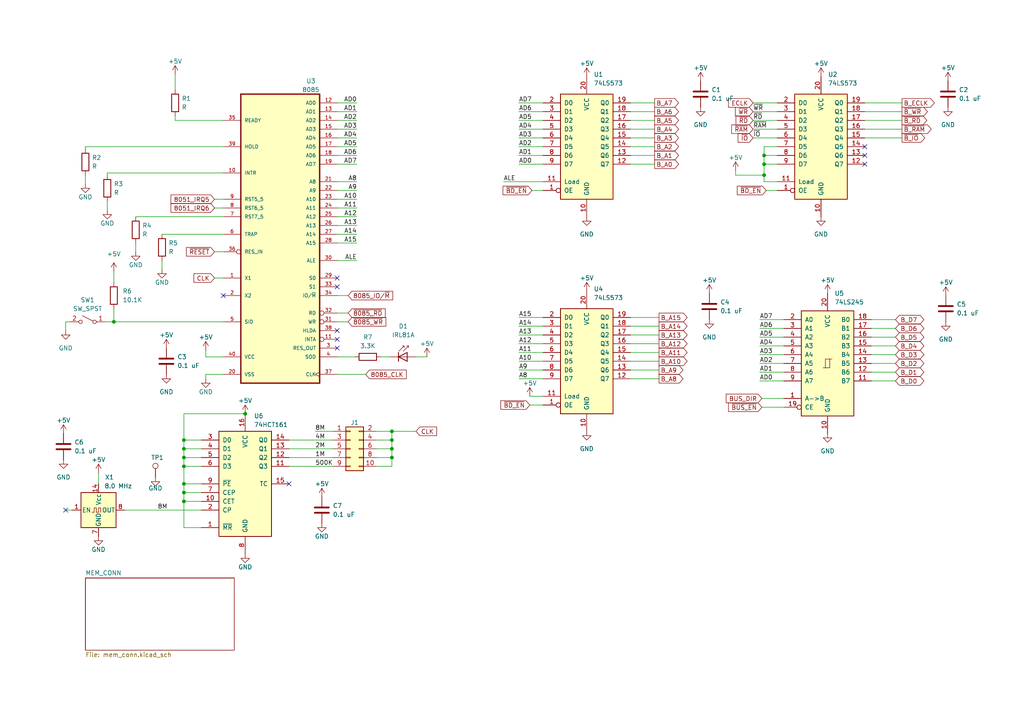
<source format=kicad_sch>
(kicad_sch (version 20230121) (generator eeschema)
  (paper "A4")
  (lib_symbols
    (symbol "74xx:74LS161" (pin_names (offset 1.016))
      (property "Reference" "U" (at -7.62 16.51 0))
      (property "Value" "74LS161" (at -7.62 -16.51 0))
      (symbol "74LS161_1_0"
        (pin input line (at -12.7 -12.7 0) (length 5.08) (name "~{MR}") (number "1"))
        (pin input line (at -12.7 -5.08 0) (length 5.08) (name "CET") (number "10"))
        (pin output line (at 12.7 5.08 180) (length 5.08) (name "Q3") (number "11"))
        (pin output line (at 12.7 7.62 180) (length 5.08) (name "Q2") (number "12"))
        (pin output line (at 12.7 10.16 180) (length 5.08) (name "Q1") (number "13"))
        (pin output line (at 12.7 12.7 180) (length 5.08) (name "Q0") (number "14"))
        (pin output line (at 12.7 0 180) (length 5.08) (name "TC") (number "15"))
        (pin power_in line (at 0 20.32 270) (length 5.08) (name "VCC") (number "16"))
        (pin input line (at -12.7 -7.62 0) (length 5.08) (name "CP") (number "2"))
        (pin input line (at -12.7 12.7 0) (length 5.08) (name "D0") (number "3"))
        (pin input line (at -12.7 10.16 0) (length 5.08) (name "D1") (number "4"))
        (pin input line (at -12.7 7.62 0) (length 5.08) (name "D2") (number "5"))
        (pin input line (at -12.7 5.08 0) (length 5.08) (name "D3") (number "6"))
        (pin input line (at -12.7 -2.54 0) (length 5.08) (name "CEP") (number "7"))
        (pin power_in line (at 0 -20.32 90) (length 5.08) (name "GND") (number "8"))
        (pin input line (at -12.7 0 0) (length 5.08) (name "~{PE}") (number "9"))
      )
      (symbol "74LS161_1_1"
        (rectangle (start -7.62 15.24) (end 7.62 -15.24) (stroke (width 0.254)) (fill (type background)))
      )
    )
    (symbol "74xx:74LS245" (pin_names (offset 1.016))
      (property "Reference" "U" (at -7.62 16.51 0))
      (property "Value" "74LS245" (at -7.62 -16.51 0))
      (symbol "74LS245_1_0"
        (polyline (pts (xy -0.635 -1.27) (xy -0.635 1.27) (xy 0.635 1.27)))
        (polyline (pts (xy -1.27 -1.27) (xy 0.635 -1.27) (xy 0.635 1.27) (xy 1.27 1.27)))
        (pin input line (at -12.7 -10.16 0) (length 5.08) (name "A->B") (number "1"))
        (pin power_in line (at 0 -20.32 90) (length 5.08) (name "GND") (number "10"))
        (pin tri_state line (at 12.7 -5.08 180) (length 5.08) (name "B7") (number "11"))
        (pin tri_state line (at 12.7 -2.54 180) (length 5.08) (name "B6") (number "12"))
        (pin tri_state line (at 12.7 0 180) (length 5.08) (name "B5") (number "13"))
        (pin tri_state line (at 12.7 2.54 180) (length 5.08) (name "B4") (number "14"))
        (pin tri_state line (at 12.7 5.08 180) (length 5.08) (name "B3") (number "15"))
        (pin tri_state line (at 12.7 7.62 180) (length 5.08) (name "B2") (number "16"))
        (pin tri_state line (at 12.7 10.16 180) (length 5.08) (name "B1") (number "17"))
        (pin tri_state line (at 12.7 12.7 180) (length 5.08) (name "B0") (number "18"))
        (pin input inverted (at -12.7 -12.7 0) (length 5.08) (name "CE") (number "19"))
        (pin tri_state line (at -12.7 12.7 0) (length 5.08) (name "A0") (number "2"))
        (pin power_in line (at 0 20.32 270) (length 5.08) (name "VCC") (number "20"))
        (pin tri_state line (at -12.7 10.16 0) (length 5.08) (name "A1") (number "3"))
        (pin tri_state line (at -12.7 7.62 0) (length 5.08) (name "A2") (number "4"))
        (pin tri_state line (at -12.7 5.08 0) (length 5.08) (name "A3") (number "5"))
        (pin tri_state line (at -12.7 2.54 0) (length 5.08) (name "A4") (number "6"))
        (pin tri_state line (at -12.7 0 0) (length 5.08) (name "A5") (number "7"))
        (pin tri_state line (at -12.7 -2.54 0) (length 5.08) (name "A6") (number "8"))
        (pin tri_state line (at -12.7 -5.08 0) (length 5.08) (name "A7") (number "9"))
      )
      (symbol "74LS245_1_1"
        (rectangle (start -7.62 15.24) (end 7.62 -15.24) (stroke (width 0.254)) (fill (type background)))
      )
    )
    (symbol "74xx:74LS573" (pin_names (offset 1.016))
      (property "Reference" "U" (at -7.62 16.51 0))
      (property "Value" "74LS573" (at -7.62 -16.51 0))
      (symbol "74LS573_1_0"
        (pin input inverted (at -12.7 -12.7 0) (length 5.08) (name "OE") (number "1"))
        (pin power_in line (at 0 -20.32 90) (length 5.08) (name "GND") (number "10"))
        (pin input line (at -12.7 -10.16 0) (length 5.08) (name "Load") (number "11"))
        (pin tri_state line (at 12.7 -5.08 180) (length 5.08) (name "Q7") (number "12"))
        (pin tri_state line (at 12.7 -2.54 180) (length 5.08) (name "Q6") (number "13"))
        (pin tri_state line (at 12.7 0 180) (length 5.08) (name "Q5") (number "14"))
        (pin tri_state line (at 12.7 2.54 180) (length 5.08) (name "Q4") (number "15"))
        (pin tri_state line (at 12.7 5.08 180) (length 5.08) (name "Q3") (number "16"))
        (pin tri_state line (at 12.7 7.62 180) (length 5.08) (name "Q2") (number "17"))
        (pin tri_state line (at 12.7 10.16 180) (length 5.08) (name "Q1") (number "18"))
        (pin tri_state line (at 12.7 12.7 180) (length 5.08) (name "Q0") (number "19"))
        (pin input line (at -12.7 12.7 0) (length 5.08) (name "D0") (number "2"))
        (pin power_in line (at 0 20.32 270) (length 5.08) (name "VCC") (number "20"))
        (pin input line (at -12.7 10.16 0) (length 5.08) (name "D1") (number "3"))
        (pin input line (at -12.7 7.62 0) (length 5.08) (name "D2") (number "4"))
        (pin input line (at -12.7 5.08 0) (length 5.08) (name "D3") (number "5"))
        (pin input line (at -12.7 2.54 0) (length 5.08) (name "D4") (number "6"))
        (pin input line (at -12.7 0 0) (length 5.08) (name "D5") (number "7"))
        (pin input line (at -12.7 -2.54 0) (length 5.08) (name "D6") (number "8"))
        (pin input line (at -12.7 -5.08 0) (length 5.08) (name "D7") (number "9"))
      )
      (symbol "74LS573_1_1"
        (rectangle (start -7.62 15.24) (end 7.62 -15.24) (stroke (width 0.254)) (fill (type background)))
      )
    )
    (symbol "8085:8085" (pin_names (offset 1.016))
      (property "Reference" "IC" (at -12.7213 41.3443 0))
      (property "Value" "8085" (at -12.7059 -45.7411 0))
      (symbol "8085_0_0"
        (rectangle (start -12.7 -43.18) (end 10.16 40.64) (stroke (width 0.4064)) (fill (type background)))
        (pin input line (at -17.78 -12.7 0) (length 5.08) (name "X1") (number "1"))
        (pin input line (at -17.78 17.78 0) (length 5.08) (name "INTR") (number "10"))
        (pin output inverted (at 15.24 -30.48 180) (length 5.08) (name "INTA") (number "11"))
        (pin bidirectional line (at 15.24 38.1 180) (length 5.08) (name "AD0") (number "12"))
        (pin bidirectional line (at 15.24 35.56 180) (length 5.08) (name "AD1") (number "13"))
        (pin bidirectional line (at 15.24 33.02 180) (length 5.08) (name "AD2") (number "14"))
        (pin bidirectional line (at 15.24 30.48 180) (length 5.08) (name "AD3") (number "15"))
        (pin bidirectional line (at 15.24 27.94 180) (length 5.08) (name "AD4") (number "16"))
        (pin bidirectional line (at 15.24 25.4 180) (length 5.08) (name "AD5") (number "17"))
        (pin bidirectional line (at 15.24 22.86 180) (length 5.08) (name "AD6") (number "18"))
        (pin bidirectional line (at 15.24 20.32 180) (length 5.08) (name "AD7") (number "19"))
        (pin input line (at -17.78 -17.78 0) (length 5.08) (name "X2") (number "2"))
        (pin power_in line (at -17.78 -40.64 0) (length 5.08) (name "VSS") (number "20"))
        (pin output line (at 15.24 15.24 180) (length 5.08) (name "A8") (number "21"))
        (pin output line (at 15.24 12.7 180) (length 5.08) (name "A9") (number "22"))
        (pin output line (at 15.24 10.16 180) (length 5.08) (name "A10") (number "23"))
        (pin output line (at 15.24 7.62 180) (length 5.08) (name "A11") (number "24"))
        (pin output line (at 15.24 5.08 180) (length 5.08) (name "A12") (number "25"))
        (pin output line (at 15.24 2.54 180) (length 5.08) (name "A13") (number "26"))
        (pin output line (at 15.24 0 180) (length 5.08) (name "A14") (number "27"))
        (pin output line (at 15.24 -2.54 180) (length 5.08) (name "A15") (number "28"))
        (pin output line (at 15.24 -12.7 180) (length 5.08) (name "S0") (number "29"))
        (pin output line (at 15.24 -33.02 180) (length 5.08) (name "RES_OUT") (number "3"))
        (pin output line (at 15.24 -7.62 180) (length 5.08) (name "ALE") (number "30"))
        (pin output inverted (at 15.24 -25.4 180) (length 5.08) (name "WR") (number "31"))
        (pin output inverted (at 15.24 -22.86 180) (length 5.08) (name "RD") (number "32"))
        (pin output line (at 15.24 -15.24 180) (length 5.08) (name "S1") (number "33"))
        (pin output line (at 15.24 -17.78 180) (length 5.08) (name "IO/~{M}") (number "34"))
        (pin input line (at -17.78 33.02 0) (length 5.08) (name "READY") (number "35"))
        (pin input inverted (at -17.78 -5.08 0) (length 5.08) (name "RES_IN") (number "36"))
        (pin output clock (at 15.24 -40.64 180) (length 5.08) (name "CLK") (number "37"))
        (pin output line (at 15.24 -27.94 180) (length 5.08) (name "HLDA") (number "38"))
        (pin input line (at -17.78 25.4 0) (length 5.08) (name "HOLD") (number "39"))
        (pin output line (at 15.24 -35.56 180) (length 5.08) (name "SOD") (number "4"))
        (pin power_in line (at -17.78 -35.56 0) (length 5.08) (name "VCC") (number "40"))
        (pin input line (at -17.78 -25.4 0) (length 5.08) (name "SID") (number "5"))
        (pin input line (at -17.78 0 0) (length 5.08) (name "TRAP") (number "6"))
        (pin input line (at -17.78 5.08 0) (length 5.08) (name "RST7_5") (number "7"))
        (pin input line (at -17.78 7.62 0) (length 5.08) (name "RST6_5") (number "8"))
        (pin input line (at -17.78 10.16 0) (length 5.08) (name "RST5_5") (number "9"))
      )
    )
    (symbol "Connector:TestPoint" (pin_numbers hide) (pin_names (offset 0.762) hide)
      (property "Reference" "TP" (at 0 6.858 0))
      (property "Value" "TestPoint" (at 0 5.08 0))
      (symbol "TestPoint_0_1"
        (circle (center 0 3.302) (radius 0.762))
      )
      (symbol "TestPoint_1_1"
        (pin passive line (at 0 0 90) (length 2.54) (name "1") (number "1"))
      )
    )
    (symbol "Connector_Generic:Conn_02x05_Odd_Even" (pin_names (offset 1.016) hide)
      (property "Reference" "J" (at 1.27 7.62 0))
      (property "Value" "Conn_02x05_Odd_Even" (at 1.27 -7.62 0))
      (symbol "Conn_02x05_Odd_Even_1_1"
        (rectangle (start -1.27 -4.953) (end 0 -5.207) (stroke (width 0.1524)))
        (rectangle (start -1.27 -2.413) (end 0 -2.667) (stroke (width 0.1524)))
        (rectangle (start -1.27 0.127) (end 0 -0.127) (stroke (width 0.1524)))
        (rectangle (start -1.27 2.667) (end 0 2.413) (stroke (width 0.1524)))
        (rectangle (start -1.27 5.207) (end 0 4.953) (stroke (width 0.1524)))
        (rectangle (start -1.27 6.35) (end 3.81 -6.35) (stroke (width 0.254)) (fill (type background)))
        (rectangle (start 3.81 -4.953) (end 2.54 -5.207) (stroke (width 0.1524)))
        (rectangle (start 3.81 -2.413) (end 2.54 -2.667) (stroke (width 0.1524)))
        (rectangle (start 3.81 0.127) (end 2.54 -0.127) (stroke (width 0.1524)))
        (rectangle (start 3.81 2.667) (end 2.54 2.413) (stroke (width 0.1524)))
        (rectangle (start 3.81 5.207) (end 2.54 4.953) (stroke (width 0.1524)))
        (pin passive line (at -5.08 5.08 0) (length 3.81) (name "Pin_1") (number "1"))
        (pin passive line (at 7.62 -5.08 180) (length 3.81) (name "Pin_10") (number "10"))
        (pin passive line (at 7.62 5.08 180) (length 3.81) (name "Pin_2") (number "2"))
        (pin passive line (at -5.08 2.54 0) (length 3.81) (name "Pin_3") (number "3"))
        (pin passive line (at 7.62 2.54 180) (length 3.81) (name "Pin_4") (number "4"))
        (pin passive line (at -5.08 0 0) (length 3.81) (name "Pin_5") (number "5"))
        (pin passive line (at 7.62 0 180) (length 3.81) (name "Pin_6") (number "6"))
        (pin passive line (at -5.08 -2.54 0) (length 3.81) (name "Pin_7") (number "7"))
        (pin passive line (at 7.62 -2.54 180) (length 3.81) (name "Pin_8") (number "8"))
        (pin passive line (at -5.08 -5.08 0) (length 3.81) (name "Pin_9") (number "9"))
      )
    )
    (symbol "Device:C" (pin_numbers hide) (pin_names (offset 0.254))
      (property "Reference" "C" (at 0.635 2.54 0))
      (property "Value" "C" (at 0.635 -2.54 0))
      (symbol "C_0_1"
        (polyline (pts (xy -2.032 -0.762) (xy 2.032 -0.762)) (stroke (width 0.508)))
        (polyline (pts (xy -2.032 0.762) (xy 2.032 0.762)) (stroke (width 0.508)))
      )
      (symbol "C_1_1"
        (pin passive line (at 0 3.81 270) (length 2.794) (name "~") (number "1"))
        (pin passive line (at 0 -3.81 90) (length 2.794) (name "~") (number "2"))
      )
    )
    (symbol "Device:R" (pin_numbers hide) (pin_names (offset 0))
      (property "Reference" "R" (at 2.032 0 90))
      (property "Value" "R" (at 0 0 90))
      (symbol "R_0_1"
        (rectangle (start -1.016 -2.54) (end 1.016 2.54) (stroke (width 0.254)))
      )
      (symbol "R_1_1"
        (pin passive line (at 0 3.81 270) (length 1.27) (name "~") (number "1"))
        (pin passive line (at 0 -3.81 90) (length 1.27) (name "~") (number "2"))
      )
    )
    (symbol "LED:IRL81A" (pin_numbers hide) (pin_names (offset 1.016) hide)
      (property "Reference" "D" (at 0.508 1.778 0))
      (property "Value" "IRL81A" (at -1.016 -2.794 0))
      (symbol "IRL81A_0_1"
        (polyline (pts (xy -2.54 0) (xy 0 0)))
        (polyline (pts (xy -2.54 1.27) (xy -2.54 -1.27)) (stroke (width 0.254)))
        (polyline (pts (xy 0.381 3.175) (xy -0.127 3.175)))
        (polyline (pts (xy -1.143 1.651) (xy 0.381 3.175) (xy 0.381 2.667)))
        (polyline (pts (xy 0 -1.27) (xy 0 1.27) (xy -2.54 0) (xy 0 -1.27)) (stroke (width 0.254)))
        (polyline (pts (xy -2.413 1.651) (xy -0.889 3.175) (xy -0.889 2.667) (xy -0.889 3.175) (xy -1.397 3.175)))
      )
      (symbol "IRL81A_1_1"
        (pin passive line (at -5.08 0 0) (length 2.54) (name "K") (number "1"))
        (pin passive line (at 2.54 0 180) (length 2.54) (name "A") (number "2"))
      )
    )
    (symbol "Oscillator:GTXO-14T" (pin_names (offset 0.254))
      (property "Reference" "X" (at -5.08 6.35 0))
      (property "Value" "GTXO-14T" (at 1.27 -6.35 0))
      (symbol "GTXO-14T_0_1"
        (rectangle (start -5.08 5.08) (end 5.08 -5.08) (stroke (width 0.254)) (fill (type background)))
        (polyline (pts (xy -1.905 -0.635) (xy -1.27 -0.635) (xy -1.27 0.635) (xy -0.635 0.635) (xy -0.635 -0.635) (xy 0 -0.635) (xy 0 0.635) (xy 0.635 0.635) (xy 0.635 -0.635)))
      )
      (symbol "GTXO-14T_1_1"
        (pin input line (at -7.62 0 0) (length 2.54) (name "EN") (number "1"))
        (pin power_in line (at 0 7.62 270) (length 2.54) (name "Vcc") (number "14"))
        (pin power_in line (at 0 -7.62 90) (length 2.54) (name "GND") (number "7"))
        (pin output line (at 7.62 0 180) (length 2.54) (name "OUT") (number "8"))
      )
    )
    (symbol "Switch:SW_SPST" (pin_names (offset 0) hide)
      (property "Reference" "SW" (at 0 3.175 0))
      (property "Value" "SW_SPST" (at 0 -2.54 0))
      (symbol "SW_SPST_0_0"
        (circle (center -2.032 0) (radius 0.508))
        (polyline (pts (xy -1.524 0.254) (xy 1.524 1.778)))
        (circle (center 2.032 0) (radius 0.508))
      )
      (symbol "SW_SPST_1_1"
        (pin passive line (at -5.08 0 0) (length 2.54) (name "A") (number "1"))
        (pin passive line (at 5.08 0 180) (length 2.54) (name "B") (number "2"))
      )
    )
    (symbol "power:+5V" (power) (pin_names (offset 0))
      (property "Value" "+5V" (at 0 3.556 0))
      (symbol "+5V_0_1"
        (polyline (pts (xy -0.762 1.27) (xy 0 2.54)))
        (polyline (pts (xy 0 0) (xy 0 2.54)))
        (polyline (pts (xy 0 2.54) (xy 0.762 1.27)))
      )
      (symbol "+5V_1_1"
        (pin power_in line (at 0 0 90) (length 0) hide (name "+5V") (number "1"))
      )
    )
    (symbol "power:GND" (power) (pin_names (offset 0))
      (property "Value" "GND" (at 0 -3.81 0))
      (symbol "GND_0_1"
        (polyline (pts (xy 0 0) (xy 0 -1.27) (xy 1.27 -1.27) (xy 0 -2.54) (xy -1.27 -1.27) (xy 0 -1.27)))
      )
      (symbol "GND_1_1"
        (pin power_in line (at 0 0 270) (length 0) hide (name "GND") (number "1"))
      )
    )
  )
  (junction (at 53.34 132.715))
  (junction (at 53.34 127.635))
  (junction (at 221.615 47.625))
  (junction (at 53.34 140.335))
  (junction (at 221.615 45.085))
  (junction (at 53.34 135.255))
  (junction (at 113.665 125.095))
  (junction (at 33.02 93.345))
  (junction (at 221.615 50.8))
  (junction (at 53.34 142.875))
  (junction (at 71.12 120.015))
  (junction (at 113.665 127.635))
  (junction (at 53.34 130.175))
  (junction (at 53.34 145.415))
  (junction (at 113.665 130.175))
  (junction (at 113.665 132.715))
  (no_connect (at 97.79 83.185))
  (no_connect (at 97.79 100.965))
  (no_connect (at 250.825 47.625))
  (no_connect (at 250.825 42.545))
  (no_connect (at 250.825 45.085))
  (no_connect (at 97.79 98.425))
  (no_connect (at 19.05 147.955))
  (no_connect (at 83.82 140.335))
  (no_connect (at 97.79 80.645))
  (no_connect (at 64.77 85.725))
  (no_connect (at 97.79 95.885))
  (wire (pts (xy 91.44 125.095) (xy 96.52 125.095)))
  (wire (pts (xy 218.44 29.845) (xy 225.425 29.845)))
  (wire (pts (xy 97.79 90.805) (xy 100.965 90.805)))
  (wire (pts (xy 250.825 34.925) (xy 261.62 34.925)))
  (wire (pts (xy 97.79 52.705) (xy 103.505 52.705)))
  (wire (pts (xy 150.495 45.085) (xy 157.48 45.085)))
  (wire (pts (xy 213.36 50.8) (xy 221.615 50.8)))
  (wire (pts (xy 220.98 115.57) (xy 227.33 115.57)))
  (wire (pts (xy 221.615 47.625) (xy 221.615 50.8)))
  (wire (pts (xy 31.115 50.165) (xy 31.115 50.8)))
  (wire (pts (xy 113.665 125.095) (xy 120.65 125.095)))
  (wire (pts (xy 182.88 32.385) (xy 189.865 32.385)))
  (wire (pts (xy 64.77 34.925) (xy 50.8 34.925)))
  (wire (pts (xy 110.49 103.505) (xy 113.03 103.505)))
  (wire (pts (xy 221.615 42.545) (xy 221.615 45.085)))
  (wire (pts (xy 221.615 47.625) (xy 225.425 47.625)))
  (wire (pts (xy 62.23 57.785) (xy 64.77 57.785)))
  (wire (pts (xy 19.05 147.955) (xy 20.955 147.955)))
  (wire (pts (xy 109.22 130.175) (xy 113.665 130.175)))
  (wire (pts (xy 182.88 99.695) (xy 191.135 99.695)))
  (wire (pts (xy 97.79 75.565) (xy 103.505 75.565)))
  (wire (pts (xy 96.52 127.635) (xy 83.82 127.635)))
  (wire (pts (xy 113.665 132.715) (xy 113.665 135.255)))
  (wire (pts (xy 97.79 103.505) (xy 102.87 103.505)))
  (wire (pts (xy 24.765 42.545) (xy 24.765 43.18)))
  (wire (pts (xy 150.495 92.075) (xy 157.48 92.075)))
  (wire (pts (xy 218.44 37.465) (xy 225.425 37.465)))
  (wire (pts (xy 250.825 32.385) (xy 261.62 32.385)))
  (wire (pts (xy 150.495 99.695) (xy 157.48 99.695)))
  (wire (pts (xy 221.615 50.8) (xy 221.615 52.705)))
  (wire (pts (xy 46.99 67.945) (xy 64.77 67.945)))
  (wire (pts (xy 220.345 105.41) (xy 227.33 105.41)))
  (wire (pts (xy 53.34 130.175) (xy 53.34 132.715)))
  (wire (pts (xy 220.345 92.71) (xy 227.33 92.71)))
  (wire (pts (xy 58.42 145.415) (xy 53.34 145.415)))
  (wire (pts (xy 53.34 140.335) (xy 53.34 142.875)))
  (wire (pts (xy 97.79 62.865) (xy 103.505 62.865)))
  (wire (pts (xy 150.495 29.845) (xy 157.48 29.845)))
  (wire (pts (xy 62.23 80.645) (xy 64.77 80.645)))
  (wire (pts (xy 252.73 107.95) (xy 259.715 107.95)))
  (wire (pts (xy 33.02 89.535) (xy 33.02 93.345)))
  (wire (pts (xy 53.34 132.715) (xy 53.34 135.255)))
  (wire (pts (xy 220.345 110.49) (xy 227.33 110.49)))
  (wire (pts (xy 59.69 108.585) (xy 64.77 108.585)))
  (wire (pts (xy 20.32 93.345) (xy 19.05 93.345)))
  (wire (pts (xy 109.22 132.715) (xy 113.665 132.715)))
  (wire (pts (xy 150.495 34.925) (xy 157.48 34.925)))
  (wire (pts (xy 252.73 110.49) (xy 259.715 110.49)))
  (wire (pts (xy 97.79 47.625) (xy 103.505 47.625)))
  (wire (pts (xy 153.67 117.475) (xy 157.48 117.475)))
  (wire (pts (xy 50.8 34.925) (xy 50.8 33.655)))
  (wire (pts (xy 28.575 137.16) (xy 28.575 140.335)))
  (wire (pts (xy 150.495 107.315) (xy 157.48 107.315)))
  (wire (pts (xy 218.44 34.925) (xy 225.425 34.925)))
  (wire (pts (xy 225.425 45.085) (xy 221.615 45.085)))
  (wire (pts (xy 150.495 42.545) (xy 157.48 42.545)))
  (wire (pts (xy 220.98 118.11) (xy 227.33 118.11)))
  (wire (pts (xy 150.495 102.235) (xy 157.48 102.235)))
  (wire (pts (xy 19.05 93.345) (xy 19.05 95.885)))
  (wire (pts (xy 220.345 100.33) (xy 227.33 100.33)))
  (wire (pts (xy 220.345 97.79) (xy 227.33 97.79)))
  (wire (pts (xy 53.34 145.415) (xy 53.34 153.035)))
  (wire (pts (xy 150.495 37.465) (xy 157.48 37.465)))
  (wire (pts (xy 46.99 75.565) (xy 46.99 78.105)))
  (wire (pts (xy 150.495 97.155) (xy 157.48 97.155)))
  (wire (pts (xy 53.34 142.875) (xy 53.34 145.415)))
  (wire (pts (xy 30.48 93.345) (xy 33.02 93.345)))
  (wire (pts (xy 252.73 97.79) (xy 259.715 97.79)))
  (wire (pts (xy 182.88 47.625) (xy 189.865 47.625)))
  (wire (pts (xy 62.23 60.325) (xy 64.77 60.325)))
  (wire (pts (xy 53.34 127.635) (xy 53.34 130.175)))
  (wire (pts (xy 96.52 130.175) (xy 83.82 130.175)))
  (wire (pts (xy 218.44 32.385) (xy 225.425 32.385)))
  (wire (pts (xy 252.73 92.71) (xy 259.715 92.71)))
  (wire (pts (xy 31.115 50.165) (xy 64.77 50.165)))
  (wire (pts (xy 58.42 130.175) (xy 53.34 130.175)))
  (wire (pts (xy 97.79 67.945) (xy 103.505 67.945)))
  (wire (pts (xy 182.88 104.775) (xy 191.135 104.775)))
  (wire (pts (xy 97.79 55.245) (xy 103.505 55.245)))
  (wire (pts (xy 252.73 100.33) (xy 259.715 100.33)))
  (wire (pts (xy 58.42 127.635) (xy 53.34 127.635)))
  (wire (pts (xy 221.615 45.085) (xy 221.615 47.625)))
  (wire (pts (xy 150.495 109.855) (xy 157.48 109.855)))
  (wire (pts (xy 150.495 104.775) (xy 157.48 104.775)))
  (wire (pts (xy 97.79 57.785) (xy 103.505 57.785)))
  (wire (pts (xy 250.825 40.005) (xy 261.62 40.005)))
  (wire (pts (xy 39.37 70.485) (xy 39.37 73.025)))
  (wire (pts (xy 113.665 127.635) (xy 113.665 130.175)))
  (wire (pts (xy 182.88 42.545) (xy 189.865 42.545)))
  (wire (pts (xy 97.79 65.405) (xy 103.505 65.405)))
  (wire (pts (xy 97.79 40.005) (xy 103.505 40.005)))
  (wire (pts (xy 225.425 42.545) (xy 221.615 42.545)))
  (wire (pts (xy 96.52 132.715) (xy 83.82 132.715)))
  (wire (pts (xy 218.44 40.005) (xy 225.425 40.005)))
  (wire (pts (xy 150.495 32.385) (xy 157.48 32.385)))
  (wire (pts (xy 150.495 47.625) (xy 157.48 47.625)))
  (wire (pts (xy 59.69 103.505) (xy 64.77 103.505)))
  (wire (pts (xy 50.8 21.59) (xy 50.8 26.035)))
  (wire (pts (xy 97.79 34.925) (xy 103.505 34.925)))
  (wire (pts (xy 250.825 37.465) (xy 261.62 37.465)))
  (wire (pts (xy 97.79 108.585) (xy 106.045 108.585)))
  (wire (pts (xy 31.115 58.42) (xy 31.115 60.96)))
  (wire (pts (xy 109.22 135.255) (xy 113.665 135.255)))
  (wire (pts (xy 53.34 135.255) (xy 53.34 140.335)))
  (wire (pts (xy 97.79 37.465) (xy 103.505 37.465)))
  (wire (pts (xy 150.495 94.615) (xy 157.48 94.615)))
  (wire (pts (xy 182.88 107.315) (xy 191.135 107.315)))
  (wire (pts (xy 182.88 94.615) (xy 191.135 94.615)))
  (wire (pts (xy 33.02 78.74) (xy 33.02 81.915)))
  (wire (pts (xy 97.79 60.325) (xy 103.505 60.325)))
  (wire (pts (xy 182.88 37.465) (xy 189.865 37.465)))
  (wire (pts (xy 59.69 108.585) (xy 59.69 109.855)))
  (wire (pts (xy 64.77 62.865) (xy 39.37 62.865)))
  (wire (pts (xy 58.42 142.875) (xy 53.34 142.875)))
  (wire (pts (xy 146.05 52.705) (xy 157.48 52.705)))
  (wire (pts (xy 182.88 109.855) (xy 191.135 109.855)))
  (wire (pts (xy 182.88 29.845) (xy 189.865 29.845)))
  (wire (pts (xy 33.02 93.345) (xy 64.77 93.345)))
  (wire (pts (xy 182.88 45.085) (xy 189.865 45.085)))
  (wire (pts (xy 97.79 32.385) (xy 103.505 32.385)))
  (wire (pts (xy 53.34 120.015) (xy 53.34 127.635)))
  (wire (pts (xy 97.79 42.545) (xy 103.505 42.545)))
  (wire (pts (xy 53.34 135.255) (xy 58.42 135.255)))
  (wire (pts (xy 64.77 42.545) (xy 24.765 42.545)))
  (wire (pts (xy 153.67 114.935) (xy 157.48 114.935)))
  (wire (pts (xy 62.23 73.025) (xy 64.77 73.025)))
  (wire (pts (xy 113.665 130.175) (xy 113.665 132.715)))
  (wire (pts (xy 53.34 120.015) (xy 71.12 120.015)))
  (wire (pts (xy 59.69 101.6) (xy 59.69 103.505)))
  (wire (pts (xy 97.79 85.725) (xy 100.965 85.725)))
  (wire (pts (xy 109.22 125.095) (xy 113.665 125.095)))
  (wire (pts (xy 154.305 55.245) (xy 157.48 55.245)))
  (wire (pts (xy 222.25 55.245) (xy 225.425 55.245)))
  (wire (pts (xy 97.79 45.085) (xy 103.505 45.085)))
  (wire (pts (xy 252.73 102.87) (xy 259.715 102.87)))
  (wire (pts (xy 221.615 52.705) (xy 225.425 52.705)))
  (wire (pts (xy 252.73 95.25) (xy 259.715 95.25)))
  (wire (pts (xy 24.765 50.8) (xy 24.765 53.34)))
  (wire (pts (xy 182.88 34.925) (xy 189.865 34.925)))
  (wire (pts (xy 182.88 97.155) (xy 191.135 97.155)))
  (wire (pts (xy 213.36 49.53) (xy 213.36 50.8)))
  (wire (pts (xy 220.345 95.25) (xy 227.33 95.25)))
  (wire (pts (xy 120.65 103.505) (xy 123.825 103.505)))
  (wire (pts (xy 220.345 102.87) (xy 227.33 102.87)))
  (wire (pts (xy 36.195 147.955) (xy 58.42 147.955)))
  (wire (pts (xy 97.79 70.485) (xy 103.505 70.485)))
  (wire (pts (xy 96.52 135.255) (xy 83.82 135.255)))
  (wire (pts (xy 220.345 107.95) (xy 227.33 107.95)))
  (wire (pts (xy 113.665 125.095) (xy 113.665 127.635)))
  (wire (pts (xy 252.73 105.41) (xy 259.715 105.41)))
  (wire (pts (xy 109.22 127.635) (xy 113.665 127.635)))
  (wire (pts (xy 182.88 102.235) (xy 191.135 102.235)))
  (wire (pts (xy 58.42 140.335) (xy 53.34 140.335)))
  (wire (pts (xy 100.965 93.345) (xy 97.79 93.345)))
  (wire (pts (xy 150.495 40.005) (xy 157.48 40.005)))
  (wire (pts (xy 250.825 29.845) (xy 261.62 29.845)))
  (wire (pts (xy 97.79 29.845) (xy 103.505 29.845)))
  (wire (pts (xy 53.34 132.715) (xy 58.42 132.715)))
  (wire (pts (xy 182.88 92.075) (xy 191.135 92.075)))
  (wire (pts (xy 58.42 153.035) (xy 53.34 153.035)))
  (wire (pts (xy 182.88 40.005) (xy 189.865 40.005)))
  (label "AD1" (at 220.345 107.95 0))
  (label "AD7" (at 220.345 92.71 0))
  (label "1M" (at 91.44 132.715 0))
  (label "A8" (at 150.495 109.855 0))
  (label "A9" (at 150.495 107.315 0))
  (label "~{IO}" (at 218.44 40.005 0))
  (label "AD2" (at 103.505 34.925 180))
  (label "A13" (at 103.505 65.405 180))
  (label "AD2" (at 150.495 42.545 0))
  (label "AD6" (at 103.505 45.085 180))
  (label "A12" (at 150.495 99.695 0))
  (label "A10" (at 150.495 104.775 0))
  (label "~{RD}" (at 218.44 34.925 0))
  (label "AD0" (at 150.495 47.625 0))
  (label "AD5" (at 150.495 34.925 0))
  (label "AD6" (at 150.495 32.385 0))
  (label "A11" (at 103.505 60.325 180))
  (label "A12" (at 103.505 62.865 180))
  (label "A10" (at 103.505 57.785 180))
  (label "AD4" (at 103.505 40.005 180))
  (label "AD7" (at 103.505 47.625 180))
  (label "AD4" (at 220.345 100.33 0))
  (label "AD0" (at 220.345 110.49 0))
  (label "AD1" (at 150.495 45.085 0))
  (label "AD0" (at 103.505 29.845 180))
  (label "500K" (at 91.44 135.255 0))
  (label "A13" (at 150.495 97.155 0))
  (label "2M" (at 91.44 130.175 0))
  (label "AD1" (at 103.505 32.385 180))
  (label "AD3" (at 103.505 37.465 180))
  (label "AD3" (at 150.495 40.005 0))
  (label "ALE" (at 103.505 75.565 180))
  (label "A11" (at 150.495 102.235 0))
  (label "AD2" (at 220.345 105.41 0))
  (label "A8" (at 103.505 52.705 180))
  (label "ALE" (at 146.05 52.705 0))
  (label "AD6" (at 220.345 95.25 0))
  (label "AD4" (at 150.495 37.465 0))
  (label "AD3" (at 220.345 102.87 0))
  (label "~{WR}" (at 218.44 32.385 0))
  (label "AD5" (at 220.345 97.79 0))
  (label "A9" (at 103.505 55.245 180))
  (label "A15" (at 150.495 92.075 0))
  (label "8M" (at 45.72 147.955 0))
  (label "~{RAM}" (at 218.44 37.465 0))
  (label "AD5" (at 103.505 42.545 180))
  (label "AD7" (at 150.495 29.845 0))
  (label "8M" (at 91.44 125.095 0))
  (label "A14" (at 103.505 67.945 180))
  (label "A15" (at 103.505 70.485 180))
  (label "4M" (at 91.44 127.635 0))
  (label "A14" (at 150.495 94.615 0))
  (global_label "~{B_IO}" (shape output) (at 261.62 40.005 0) (property "Intersheetrefs" "${INTERSHEET_REFS}" (effects hide)))
  (global_label "8085_CLK" (shape input) (at 106.045 108.585 0) (property "Intersheetrefs" "${INTERSHEET_REFS}" (effects hide)))
  (global_label "B_A6" (shape output) (at 189.865 32.385 0) (property "Intersheetrefs" "${INTERSHEET_REFS}" (effects hide)))
  (global_label "~{RD}" (shape input) (at 218.44 34.925 180) (property "Intersheetrefs" "${INTERSHEET_REFS}" (effects hide)))
  (global_label "B_A3" (shape output) (at 189.865 40.005 0) (property "Intersheetrefs" "${INTERSHEET_REFS}" (effects hide)))
  (global_label "~{BD_EN}" (shape input) (at 222.25 55.245 180) (property "Intersheetrefs" "${INTERSHEET_REFS}" (effects hide)))
  (global_label "CLK" (shape input) (at 62.23 80.645 180) (property "Intersheetrefs" "${INTERSHEET_REFS}" (effects hide)))
  (global_label "B_A7" (shape output) (at 189.865 29.845 0) (property "Intersheetrefs" "${INTERSHEET_REFS}" (effects hide)))
  (global_label "BUS_DIR" (shape input) (at 220.98 115.57 180) (property "Intersheetrefs" "${INTERSHEET_REFS}" (effects hide)))
  (global_label "~{WR}" (shape input) (at 218.44 32.385 180) (property "Intersheetrefs" "${INTERSHEET_REFS}" (effects hide)))
  (global_label "B_D5" (shape bidirectional) (at 259.715 97.79 0) (property "Intersheetrefs" "${INTERSHEET_REFS}" (effects hide)))
  (global_label "~{RESET}" (shape input) (at 62.23 73.025 180) (property "Intersheetrefs" "${INTERSHEET_REFS}" (effects hide)))
  (global_label "ECLK" (shape input) (at 218.44 29.845 180) (property "Intersheetrefs" "${INTERSHEET_REFS}" (effects hide)))
  (global_label "B_D2" (shape bidirectional) (at 259.715 105.41 0) (property "Intersheetrefs" "${INTERSHEET_REFS}" (effects hide)))
  (global_label "~{B_RD}" (shape output) (at 261.62 34.925 0) (property "Intersheetrefs" "${INTERSHEET_REFS}" (effects hide)))
  (global_label "8085_IO{slash}~{M}" (shape input) (at 100.965 85.725 0) (property "Intersheetrefs" "${INTERSHEET_REFS}" (effects hide)))
  (global_label "~{8085_RD}" (shape input) (at 100.965 90.805 0) (property "Intersheetrefs" "${INTERSHEET_REFS}" (effects hide)))
  (global_label "B_A9" (shape output) (at 191.135 107.315 0) (property "Intersheetrefs" "${INTERSHEET_REFS}" (effects hide)))
  (global_label "B_A5" (shape output) (at 189.865 34.925 0) (property "Intersheetrefs" "${INTERSHEET_REFS}" (effects hide)))
  (global_label "B_D1" (shape bidirectional) (at 259.715 107.95 0) (property "Intersheetrefs" "${INTERSHEET_REFS}" (effects hide)))
  (global_label "B_A4" (shape output) (at 189.865 37.465 0) (property "Intersheetrefs" "${INTERSHEET_REFS}" (effects hide)))
  (global_label "~{8085_WR}" (shape input) (at 100.965 93.345 0) (property "Intersheetrefs" "${INTERSHEET_REFS}" (effects hide)))
  (global_label "B_A12" (shape output) (at 191.135 99.695 0) (property "Intersheetrefs" "${INTERSHEET_REFS}" (effects hide)))
  (global_label "B_D6" (shape bidirectional) (at 259.715 95.25 0) (property "Intersheetrefs" "${INTERSHEET_REFS}" (effects hide)))
  (global_label "B_D4" (shape bidirectional) (at 259.715 100.33 0) (property "Intersheetrefs" "${INTERSHEET_REFS}" (effects hide)))
  (global_label "~{B_RAM}" (shape output) (at 261.62 37.465 0) (property "Intersheetrefs" "${INTERSHEET_REFS}" (effects hide)))
  (global_label "~{B_WR}" (shape output) (at 261.62 32.385 0) (property "Intersheetrefs" "${INTERSHEET_REFS}" (effects hide)))
  (global_label "B_A8" (shape output) (at 191.135 109.855 0) (property "Intersheetrefs" "${INTERSHEET_REFS}" (effects hide)))
  (global_label "8051_IRQ6" (shape input) (at 62.23 60.325 180) (property "Intersheetrefs" "${INTERSHEET_REFS}" (effects hide)))
  (global_label "~{BD_EN}" (shape input) (at 154.305 55.245 180) (property "Intersheetrefs" "${INTERSHEET_REFS}" (effects hide)))
  (global_label "B_D3" (shape bidirectional) (at 259.715 102.87 0) (property "Intersheetrefs" "${INTERSHEET_REFS}" (effects hide)))
  (global_label "~{BD_EN}" (shape input) (at 153.67 117.475 180) (property "Intersheetrefs" "${INTERSHEET_REFS}" (effects hide)))
  (global_label "~{RAM}" (shape input) (at 218.44 37.465 180) (property "Intersheetrefs" "${INTERSHEET_REFS}" (effects hide)))
  (global_label "B_D7" (shape bidirectional) (at 259.715 92.71 0) (property "Intersheetrefs" "${INTERSHEET_REFS}" (effects hide)))
  (global_label "B_A10" (shape output) (at 191.135 104.775 0) (property "Intersheetrefs" "${INTERSHEET_REFS}" (effects hide)))
  (global_label "8051_IRQ5" (shape input) (at 62.23 57.785 180) (property "Intersheetrefs" "${INTERSHEET_REFS}" (effects hide)))
  (global_label "B_ECLK" (shape output) (at 261.62 29.845 0) (property "Intersheetrefs" "${INTERSHEET_REFS}" (effects hide)))
  (global_label "~{BUS_EN}" (shape input) (at 220.98 118.11 180) (property "Intersheetrefs" "${INTERSHEET_REFS}" (effects hide)))
  (global_label "B_A13" (shape output) (at 191.135 97.155 0) (property "Intersheetrefs" "${INTERSHEET_REFS}" (effects hide)))
  (global_label "~{IO}" (shape input) (at 218.44 40.005 180) (property "Intersheetrefs" "${INTERSHEET_REFS}" (effects hide)))
  (global_label "B_A15" (shape output) (at 191.135 92.075 0) (property "Intersheetrefs" "${INTERSHEET_REFS}" (effects hide)))
  (global_label "B_A0" (shape output) (at 189.865 47.625 0) (property "Intersheetrefs" "${INTERSHEET_REFS}" (effects hide)))
  (global_label "B_D0" (shape bidirectional) (at 259.715 110.49 0) (property "Intersheetrefs" "${INTERSHEET_REFS}" (effects hide)))
  (global_label "B_A11" (shape output) (at 191.135 102.235 0) (property "Intersheetrefs" "${INTERSHEET_REFS}" (effects hide)))
  (global_label "CLK" (shape input) (at 120.65 125.095 0) (property "Intersheetrefs" "${INTERSHEET_REFS}" (effects hide)))
  (global_label "B_A2" (shape output) (at 189.865 42.545 0) (property "Intersheetrefs" "${INTERSHEET_REFS}" (effects hide)))
  (global_label "B_A1" (shape output) (at 189.865 45.085 0) (property "Intersheetrefs" "${INTERSHEET_REFS}" (effects hide)))
  (global_label "B_A14" (shape output) (at 191.135 94.615 0) (property "Intersheetrefs" "${INTERSHEET_REFS}" (effects hide)))
  (symbol (lib_id "power:+5V") (at 274.32 85.725 0) (unit 1)
    (property "Reference" "#PWR022" (effects hide))
    (property "Value" "+5V" (at 274.32 81.915 0))
  )
  (symbol (lib_id "power:+5V") (at 59.69 101.6 0) (unit 1)
    (property "Reference" "#PWR01" (effects hide))
    (property "Value" "+5V" (at 59.69 97.79 0))
  )
  (symbol (lib_id "Oscillator:GTXO-14T") (at 28.575 147.955 0) (unit 1)
    (property "Reference" "X1" (at 31.75 138.43 0))
    (property "Value" "8.0 MHz" (at 34.29 140.97 0))
    (property "Footprint" "Oscillator:Oscillator_DIP-14" (effects hide))
    (property "Datasheet" "http://www.golledge.com/pdf/products/tcxos/gtxo14.pdf" (effects hide))
  )
  (symbol (lib_id "power:GND") (at 28.575 155.575 0) (unit 1)
    (property "Reference" "#PWR038" (effects hide))
    (property "Value" "GND" (at 28.575 159.385 0))
  )
  (symbol (lib_id "Connector_Generic:Conn_02x05_Odd_Even") (at 101.6 130.175 0) (unit 1)
    (property "Reference" "J1" (at 102.87 122.555 0))
    (property "Value" "Conn_02x05_Odd_Even" (effects hide))
    (property "Footprint" "Connector_PinHeader_2.54mm:PinHeader_2x05_P2.54mm_Vertical" (effects hide))
  )
  (symbol (lib_id "74xx:74LS161") (at 71.12 140.335 0) (unit 1)
    (property "Reference" "U6" (at 73.66 120.65 0) (effects (justify left)))
    (property "Value" "74HCT161" (at 73.66 123.19 0) (effects (justify left)))
    (property "Footprint" "Package_DIP:DIP-16_W7.62mm" (effects hide))
    (property "Datasheet" "http://www.ti.com/lit/gpn/sn74LS161" (effects hide))
  )
  (symbol (lib_id "power:GND") (at 238.125 62.865 0) (unit 1)
    (property "Reference" "#PWR015" (effects hide))
    (property "Value" "GND" (at 238.125 67.945 0))
  )
  (symbol (lib_id "Device:C") (at 203.2 27.305 0) (unit 1)
    (property "Reference" "C1" (at 206.375 26.0349 0) (effects (justify left)))
    (property "Value" "0.1 uF" (at 206.375 28.5749 0) (effects (justify left)))
    (property "Footprint" "Capacitor_THT:C_Rect_L7.2mm_W3.0mm_P5.00mm_FKS2_FKP2_MKS2_MKP2" (effects hide))
  )
  (symbol (lib_id "power:GND") (at 93.345 151.765 0) (unit 1)
    (property "Reference" "#PWR037" (effects hide))
    (property "Value" "GND" (at 93.345 155.575 0))
  )
  (symbol (lib_id "Device:R") (at 33.02 85.725 180) (unit 1)
    (property "Reference" "R6" (at 35.56 84.4549 0) (effects (justify right)))
    (property "Value" "10.1K" (at 35.56 86.9949 0) (effects (justify right)))
    (property "Footprint" "Resistor_THT:R_Axial_DIN0207_L6.3mm_D2.5mm_P10.16mm_Horizontal" (effects hide))
  )
  (symbol (lib_id "power:+5V") (at 93.345 144.145 0) (unit 1)
    (property "Reference" "#PWR036" (effects hide))
    (property "Value" "+5V" (at 93.345 140.335 0))
  )
  (symbol (lib_id "Device:C") (at 274.32 89.535 0) (unit 1)
    (property "Reference" "C5" (at 277.495 88.2649 0) (effects (justify left)))
    (property "Value" "0.1 uF" (at 277.495 90.8049 0) (effects (justify left)))
    (property "Footprint" "Capacitor_THT:C_Rect_L7.2mm_W3.0mm_P5.00mm_FKS2_FKP2_MKS2_MKP2" (effects hide))
  )
  (symbol (lib_id "Device:R") (at 106.68 103.505 90) (unit 1)
    (property "Reference" "R7" (at 106.68 97.79 90))
    (property "Value" "3.3K" (at 106.68 100.33 90))
    (property "Footprint" "Resistor_THT:R_Axial_DIN0207_L6.3mm_D2.5mm_P10.16mm_Horizontal" (effects hide))
  )
  (symbol (lib_id "power:GND") (at 39.37 73.025 0) (unit 1)
    (property "Reference" "#PWR016" (effects hide))
    (property "Value" "GND" (at 39.37 76.835 0))
  )
  (symbol (lib_id "power:GND") (at 48.26 108.585 0) (unit 1)
    (property "Reference" "#PWR010" (effects hide))
    (property "Value" "GND" (at 48.26 113.665 0))
  )
  (symbol (lib_id "Device:C") (at 205.74 88.9 0) (unit 1)
    (property "Reference" "C4" (at 208.915 87.6299 0) (effects (justify left)))
    (property "Value" "0.1 uF" (at 208.915 90.1699 0) (effects (justify left)))
    (property "Footprint" "Capacitor_THT:C_Rect_L7.2mm_W3.0mm_P5.00mm_FKS2_FKP2_MKS2_MKP2" (effects hide))
  )
  (symbol (lib_id "power:GND") (at 203.2 31.115 0) (unit 1)
    (property "Reference" "#PWR08" (effects hide))
    (property "Value" "GND" (at 203.2 36.195 0))
  )
  (symbol (lib_id "Device:R") (at 31.115 54.61 0) (unit 1)
    (property "Reference" "R3" (at 33.02 53.3399 0) (effects (justify left)))
    (property "Value" "R" (at 33.02 55.8799 0) (effects (justify left)))
    (property "Footprint" "Resistor_THT:R_Axial_DIN0207_L6.3mm_D2.5mm_P10.16mm_Horizontal" (effects hide))
  )
  (symbol (lib_id "power:+5V") (at 213.36 49.53 0) (unit 1)
    (property "Reference" "#PWR011" (effects hide))
    (property "Value" "+5V" (at 213.36 45.72 0))
  )
  (symbol (lib_id "power:GND") (at 274.955 31.115 0) (unit 1)
    (property "Reference" "#PWR09" (effects hide))
    (property "Value" "GND" (at 274.955 36.195 0))
  )
  (symbol (lib_id "power:GND") (at 31.115 60.96 0) (unit 1)
    (property "Reference" "#PWR013" (effects hide))
    (property "Value" "GND" (at 31.115 64.77 0))
  )
  (symbol (lib_id "power:GND") (at 59.69 109.855 0) (unit 1)
    (property "Reference" "#PWR027" (effects hide))
    (property "Value" "GND" (at 59.69 113.665 0))
  )
  (symbol (lib_id "power:+5V") (at 71.12 120.015 0) (unit 1)
    (property "Reference" "#PWR029" (effects hide))
    (property "Value" "+5V" (at 71.12 116.205 0))
  )
  (symbol (lib_id "power:GND") (at 240.03 125.73 0) (unit 1)
    (property "Reference" "#PWR032" (effects hide))
    (property "Value" "GND" (at 240.03 130.81 0))
  )
  (symbol (lib_id "Device:C") (at 48.26 104.775 0) (unit 1)
    (property "Reference" "C3" (at 51.435 103.5049 0) (effects (justify left)))
    (property "Value" "0.1 uF" (at 51.435 106.0449 0) (effects (justify left)))
    (property "Footprint" "Capacitor_THT:C_Rect_L7.2mm_W3.0mm_P5.00mm_FKS2_FKP2_MKS2_MKP2" (effects hide))
  )
  (symbol (lib_id "Device:R") (at 46.99 71.755 0) (unit 1)
    (property "Reference" "R5" (at 48.895 70.4849 0) (effects (justify left)))
    (property "Value" "R" (at 48.895 73.0249 0) (effects (justify left)))
    (property "Footprint" "Resistor_THT:R_Axial_DIN0207_L6.3mm_D2.5mm_P10.16mm_Horizontal" (effects hide))
  )
  (symbol (lib_id "power:+5V") (at 274.955 23.495 0) (unit 1)
    (property "Reference" "#PWR06" (effects hide))
    (property "Value" "+5V" (at 274.955 19.685 0))
  )
  (symbol (lib_id "Device:R") (at 50.8 29.845 0) (unit 1)
    (property "Reference" "R1" (at 52.705 28.5749 0) (effects (justify left)))
    (property "Value" "R" (at 52.705 31.1149 0) (effects (justify left)))
    (property "Footprint" "Resistor_THT:R_Axial_DIN0207_L6.3mm_D2.5mm_P10.16mm_Horizontal" (effects hide))
  )
  (symbol (lib_id "LED:IRL81A") (at 118.11 103.505 0) (unit 1)
    (property "Reference" "D1" (at 116.967 94.615 0))
    (property "Value" "IRL81A" (at 116.967 97.155 0))
    (property "Footprint" "LED_THT:LED_D5.0mm" (effects hide))
    (property "Datasheet" "http://www.osram-os.com/Graphics/XPic0/00203825_0.pdf" (effects hide))
  )
  (symbol (lib_id "power:+5V") (at 48.26 100.965 0) (unit 1)
    (property "Reference" "#PWR07" (effects hide))
    (property "Value" "+5V" (at 48.26 97.155 0))
  )
  (symbol (lib_id "power:GND") (at 170.18 125.095 0) (unit 1)
    (property "Reference" "#PWR030" (effects hide))
    (property "Value" "GND" (at 170.18 130.175 0))
  )
  (symbol (lib_id "power:GND") (at 45.085 138.43 0) (unit 1)
    (property "Reference" "#PWR035" (effects hide))
    (property "Value" "GND" (at 45.085 141.605 0))
  )
  (symbol (lib_id "74xx:74LS573") (at 170.18 42.545 0) (unit 1)
    (property "Reference" "U1" (at 172.1994 21.59 0) (effects (justify left)))
    (property "Value" "74LS573" (at 172.1994 24.13 0) (effects (justify left)))
    (property "Footprint" "Package_DIP:DIP-20_W7.62mm" (effects hide))
    (property "Datasheet" "74xx/74hc573.pdf" (effects hide))
  )
  (symbol (lib_id "power:+5V") (at 50.8 21.59 0) (unit 1)
    (property "Reference" "#PWR02" (effects hide))
    (property "Value" "+5V" (at 50.8 17.78 0))
  )
  (symbol (lib_id "74xx:74LS573") (at 238.125 42.545 0) (unit 1)
    (property "Reference" "U2" (at 240.1444 21.59 0) (effects (justify left)))
    (property "Value" "74LS573" (at 240.1444 24.13 0) (effects (justify left)))
    (property "Footprint" "Package_DIP:DIP-20_W7.62mm" (effects hide))
    (property "Datasheet" "74xx/74hc573.pdf" (effects hide))
  )
  (symbol (lib_id "power:GND") (at 205.74 92.71 0) (unit 1)
    (property "Reference" "#PWR023" (effects hide))
    (property "Value" "GND" (at 205.74 97.79 0))
  )
  (symbol (lib_id "power:+5V") (at 170.18 22.225 0) (unit 1)
    (property "Reference" "#PWR03" (effects hide))
    (property "Value" "+5V" (at 170.18 18.415 0))
  )
  (symbol (lib_id "power:GND") (at 18.415 133.35 0) (unit 1)
    (property "Reference" "#PWR033" (effects hide))
    (property "Value" "GND" (at 18.415 138.43 0))
  )
  (symbol (lib_id "Connector:TestPoint") (at 45.085 138.43 0) (unit 1)
    (property "Reference" "TP1" (at 43.815 132.715 0) (effects (justify left)))
    (property "Value" "TestPoint" (effects hide))
    (property "Footprint" "TestPoint:TestPoint_Pad_2.0x2.0mm" (effects hide))
  )
  (symbol (lib_id "Device:R") (at 24.765 46.99 0) (unit 1)
    (property "Reference" "R2" (at 26.67 45.7199 0) (effects (justify left)))
    (property "Value" "R" (at 26.67 48.2599 0) (effects (justify left)))
    (property "Footprint" "Resistor_THT:R_Axial_DIN0207_L6.3mm_D2.5mm_P10.16mm_Horizontal" (effects hide))
  )
  (symbol (lib_id "Device:C") (at 93.345 147.955 0) (unit 1)
    (property "Reference" "C7" (at 96.52 146.6849 0) (effects (justify left)))
    (property "Value" "0.1 uF" (at 96.52 149.2249 0) (effects (justify left)))
    (property "Footprint" "Capacitor_THT:C_Rect_L7.2mm_W3.0mm_P5.00mm_FKS2_FKP2_MKS2_MKP2" (effects hide))
  )
  (symbol (lib_id "74xx:74LS245") (at 240.03 105.41 0) (unit 1)
    (property "Reference" "U5" (at 242.0494 85.09 0) (effects (justify left)))
    (property "Value" "74LS245" (at 242.0494 87.63 0) (effects (justify left)))
    (property "Footprint" "Package_DIP:DIP-20_W7.62mm" (effects hide))
    (property "Datasheet" "http://www.ti.com/lit/gpn/sn74LS245" (effects hide))
  )
  (symbol (lib_id "power:+5V") (at 33.02 78.74 0) (mirror y) (unit 1)
    (property "Reference" "#PWR018" (effects hide))
    (property "Value" "+5V" (at 33.02 73.66 0))
  )
  (symbol (lib_id "power:+5V") (at 203.2 23.495 0) (unit 1)
    (property "Reference" "#PWR05" (effects hide))
    (property "Value" "+5V" (at 203.2 19.685 0))
  )
  (symbol (lib_id "Device:R") (at 39.37 66.675 0) (unit 1)
    (property "Reference" "R4" (at 41.275 65.4049 0) (effects (justify left)))
    (property "Value" "R" (at 41.275 67.9449 0) (effects (justify left)))
    (property "Footprint" "Resistor_THT:R_Axial_DIN0207_L6.3mm_D2.5mm_P10.16mm_Horizontal" (effects hide))
  )
  (symbol (lib_id "8085:8085") (at 82.55 67.945 0) (unit 1)
    (property "Reference" "U3" (at 90.17 23.495 0))
    (property "Value" "8085" (at 90.17 26.035 0))
    (property "Footprint" "Package_DIP:DIP-40_W15.24mm_Socket" (effects hide))
  )
  (symbol (lib_id "power:+5V") (at 205.74 85.09 0) (unit 1)
    (property "Reference" "#PWR020" (effects hide))
    (property "Value" "+5V" (at 205.74 81.28 0))
  )
  (symbol (lib_id "power:+5V") (at 153.67 114.935 0) (unit 1)
    (property "Reference" "#PWR028" (effects hide))
    (property "Value" "+5V" (at 153.67 111.125 0))
  )
  (symbol (lib_id "power:GND") (at 24.765 53.34 0) (unit 1)
    (property "Reference" "#PWR012" (effects hide))
    (property "Value" "GND" (at 24.765 57.15 0))
  )
  (symbol (lib_id "power:+5V") (at 238.125 22.225 0) (unit 1)
    (property "Reference" "#PWR04" (effects hide))
    (property "Value" "+5V" (at 238.125 18.415 0))
  )
  (symbol (lib_id "power:GND") (at 46.99 78.105 0) (unit 1)
    (property "Reference" "#PWR017" (effects hide))
    (property "Value" "GND" (at 46.99 81.915 0))
  )
  (symbol (lib_id "74xx:74LS573") (at 170.18 104.775 0) (unit 1)
    (property "Reference" "U4" (at 172.1994 83.82 0) (effects (justify left)))
    (property "Value" "74LS573" (at 172.1994 86.36 0) (effects (justify left)))
    (property "Footprint" "Package_DIP:DIP-20_W7.62mm" (effects hide))
    (property "Datasheet" "74xx/74hc573.pdf" (effects hide))
  )
  (symbol (lib_id "power:+5V") (at 170.18 84.455 0) (unit 1)
    (property "Reference" "#PWR019" (effects hide))
    (property "Value" "+5V" (at 170.18 80.645 0))
  )
  (symbol (lib_id "power:GND") (at 274.32 93.345 0) (unit 1)
    (property "Reference" "#PWR024" (effects hide))
    (property "Value" "GND" (at 274.32 98.425 0))
  )
  (symbol (lib_id "power:+5V") (at 28.575 137.16 0) (unit 1)
    (property "Reference" "#PWR034" (effects hide))
    (property "Value" "+5V" (at 28.575 133.35 0))
  )
  (symbol (lib_id "power:+5V") (at 123.825 103.505 0) (unit 1)
    (property "Reference" "#PWR026" (effects hide))
    (property "Value" "+5V" (at 123.825 99.695 0))
  )
  (symbol (lib_id "Device:C") (at 274.955 27.305 0) (unit 1)
    (property "Reference" "C2" (at 278.13 26.0349 0) (effects (justify left)))
    (property "Value" "0.1 uF" (at 278.13 28.5749 0) (effects (justify left)))
    (property "Footprint" "Capacitor_THT:C_Rect_L7.2mm_W3.0mm_P5.00mm_FKS2_FKP2_MKS2_MKP2" (effects hide))
  )
  (symbol (lib_id "power:GND") (at 19.05 95.885 0) (mirror y) (unit 1)
    (property "Reference" "#PWR025" (effects hide))
    (property "Value" "GND" (at 19.05 100.965 0))
  )
  (symbol (lib_id "power:+5V") (at 240.03 85.09 0) (unit 1)
    (property "Reference" "#PWR021" (effects hide))
    (property "Value" "+5V" (at 240.03 81.28 0))
  )
  (symbol (lib_id "power:GND") (at 170.18 62.865 0) (unit 1)
    (property "Reference" "#PWR014" (effects hide))
    (property "Value" "GND" (at 170.18 67.945 0))
  )
  (symbol (lib_id "power:GND") (at 71.12 160.655 0) (unit 1)
    (property "Reference" "#PWR039" (effects hide))
    (property "Value" "GND" (at 71.12 164.465 0))
  )
  (symbol (lib_id "Device:C") (at 18.415 129.54 0) (unit 1)
    (property "Reference" "C6" (at 21.59 128.2699 0) (effects (justify left)))
    (property "Value" "0.1 uF" (at 21.59 130.8099 0) (effects (justify left)))
    (property "Footprint" "Capacitor_THT:C_Rect_L7.2mm_W3.0mm_P5.00mm_FKS2_FKP2_MKS2_MKP2" (effects hide))
  )
  (symbol (lib_id "Switch:SW_SPST") (at 25.4 93.345 0) (mirror y) (unit 1)
    (property "Reference" "SW1" (at 25.4 86.995 0))
    (property "Value" "SW_SPST" (at 25.4 89.535 0))
    (property "Footprint" "Button_Switch_THT:SW_DIP_SPSTx01_Slide_9.78x4.72mm_W7.62mm_P2.54mm" (effects hide))
  )
  (symbol (lib_id "power:+5V") (at 18.415 125.73 0) (unit 1)
    (property "Reference" "#PWR031" (effects hide))
    (property "Value" "+5V" (at 18.415 121.92 0))
  )
  (sheet (at 24.765 167.64) (size 43.18 20.955) (stroke (width 0.1524))
    (property "Sheetname" "MEM_CONN" (at 24.765 166.9284 0) (effects (justify left bottom)))
    (property "Sheetfile" "mem_conn.kicad_sch" (at 24.765 189.1796 0) (effects (justify left top)))
  )
)
</source>
